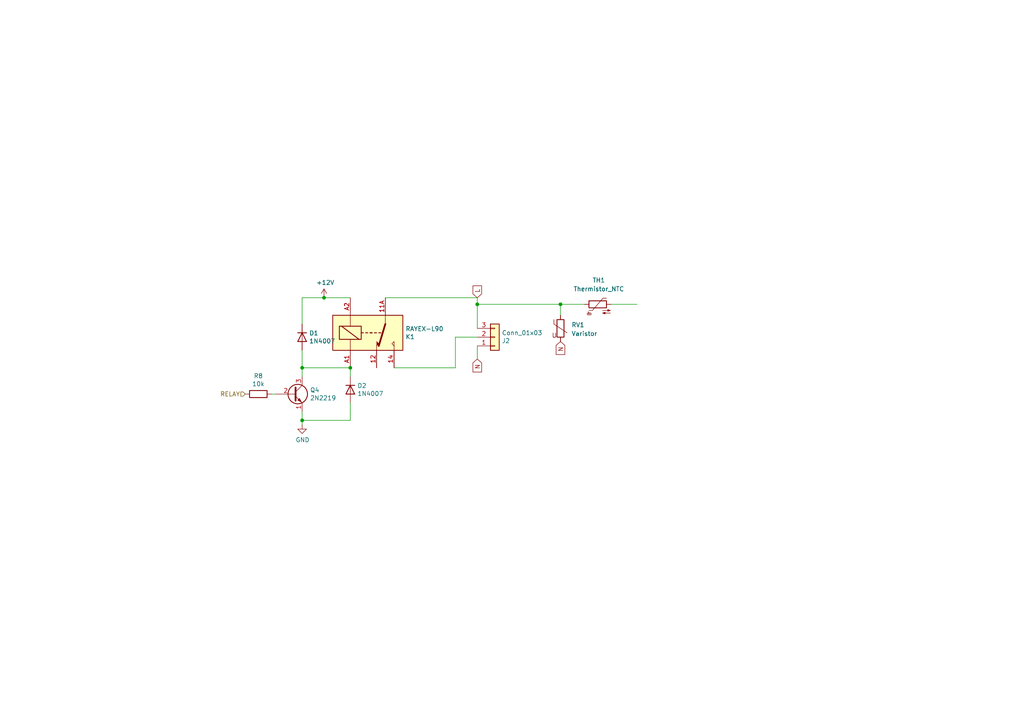
<source format=kicad_sch>
(kicad_sch (version 20211123) (generator eeschema)
  (paper "A4")
  (lib_symbols
    (symbol "Connector_Generic:Conn_01x03" (pin_names (offset 1.016) hide)
      (property "Reference" "J" (at 0 5.08 0))
      (property "Value" "Conn_01x03" (at 0 -5.08 0))
      (symbol "Conn_01x03_1_1"
        (rectangle (start -1.27 -2.413) (end 0 -2.667) (stroke (width 0.1524)))
        (rectangle (start -1.27 0.127) (end 0 -0.127) (stroke (width 0.1524)))
        (rectangle (start -1.27 2.667) (end 0 2.413) (stroke (width 0.1524)))
        (rectangle (start -1.27 3.81) (end 1.27 -3.81) (stroke (width 0.254)) (fill (type background)))
        (pin passive line (at -5.08 2.54 0) (length 3.81) (name "Pin_1") (number "1"))
        (pin passive line (at -5.08 0 0) (length 3.81) (name "Pin_2") (number "2"))
        (pin passive line (at -5.08 -2.54 0) (length 3.81) (name "Pin_3") (number "3"))
      )
    )
    (symbol "Device:R" (pin_numbers hide) (pin_names (offset 0))
      (property "Reference" "R" (at 2.032 0 90))
      (property "Value" "R" (at 0 0 90))
      (symbol "R_0_1"
        (rectangle (start -1.016 -2.54) (end 1.016 2.54) (stroke (width 0.254)))
      )
      (symbol "R_1_1"
        (pin passive line (at 0 3.81 270) (length 1.27) (name "~") (number "1"))
        (pin passive line (at 0 -3.81 90) (length 1.27) (name "~") (number "2"))
      )
    )
    (symbol "Device:Thermistor_NTC" (pin_numbers hide) (pin_names (offset 0))
      (property "Reference" "TH" (at -4.445 0 90))
      (property "Value" "Thermistor_NTC" (at 3.175 0 90))
      (symbol "Thermistor_NTC_0_1"
        (arc (start -3.048 2.159) (mid -3.0495 2.3143) (end -3.175 2.413))
        (arc (start -3.048 2.159) (mid -2.9736 1.9794) (end -2.794 1.905))
        (arc (start -3.048 2.794) (mid -2.9736 2.6144) (end -2.794 2.54))
        (arc (start -2.794 1.905) (mid -2.6144 1.9794) (end -2.54 2.159))
        (arc (start -2.794 2.54) (mid -2.4393 2.5587) (end -2.159 2.794))
        (arc (start -2.794 3.048) (mid -2.9736 2.9736) (end -3.048 2.794))
        (arc (start -2.54 2.794) (mid -2.6144 2.9736) (end -2.794 3.048))
        (rectangle (start -1.016 2.54) (end 1.016 -2.54) (stroke (width 0.254)))
        (polyline (pts (xy -2.54 2.159) (xy -2.54 2.794)))
        (polyline (pts (xy -1.778 2.54) (xy -1.778 1.524) (xy 1.778 -1.524) (xy 1.778 -2.54)))
        (polyline (pts (xy -2.54 -3.683) (xy -2.54 -1.397) (xy -2.794 -2.159) (xy -2.286 -2.159) (xy -2.54 -1.397) (xy -2.54 -1.651)) (fill (type outline)))
        (polyline (pts (xy -1.778 -1.397) (xy -1.778 -3.683) (xy -2.032 -2.921) (xy -1.524 -2.921) (xy -1.778 -3.683) (xy -1.778 -3.429)) (fill (type outline)))
      )
      (symbol "Thermistor_NTC_1_1"
        (pin passive line (at 0 3.81 270) (length 1.27) (name "~") (number "1"))
        (pin passive line (at 0 -3.81 90) (length 1.27) (name "~") (number "2"))
      )
    )
    (symbol "Device:Varistor" (pin_numbers hide) (pin_names (offset 0))
      (property "Reference" "RV" (at 3.175 0 90))
      (property "Value" "Varistor" (at -3.175 0 90))
      (symbol "Varistor_0_0"
        (text "U" (at -1.778 -2.032 0) (effects (font (size 1.27 1.27))))
      )
      (symbol "Varistor_0_1"
        (rectangle (start -1.016 -2.54) (end 1.016 2.54) (stroke (width 0.254)))
        (polyline (pts (xy -1.905 2.54) (xy -1.905 1.27) (xy 1.905 -1.27)))
      )
      (symbol "Varistor_1_1"
        (pin passive line (at 0 3.81 270) (length 1.27) (name "~") (number "1"))
        (pin passive line (at 0 -3.81 90) (length 1.27) (name "~") (number "2"))
      )
    )
    (symbol "Diode:1N4007" (pin_numbers hide) (pin_names (offset 1.016) hide)
      (property "Reference" "D" (at 0 2.54 0))
      (property "Value" "1N4007" (at 0 -2.54 0))
      (symbol "1N4007_0_1"
        (polyline (pts (xy -1.27 1.27) (xy -1.27 -1.27)) (stroke (width 0.254)))
        (polyline (pts (xy 1.27 0) (xy -1.27 0)))
        (polyline (pts (xy 1.27 1.27) (xy 1.27 -1.27) (xy -1.27 0) (xy 1.27 1.27)) (stroke (width 0.254)))
      )
      (symbol "1N4007_1_1"
        (pin passive line (at -3.81 0 0) (length 2.54) (name "K") (number "1"))
        (pin passive line (at 3.81 0 180) (length 2.54) (name "A") (number "2"))
      )
    )
    (symbol "Relay:RAYEX-L90"
      (property "Reference" "K" (at 11.43 3.81 0))
      (property "Value" "RAYEX-L90" (at 11.43 1.27 0))
      (symbol "RAYEX-L90_1_0"
        (polyline (pts (xy 2.54 3.81) (xy 2.54 5.08)))
        (polyline (pts (xy 7.62 3.81) (xy 7.62 5.08)))
        (polyline (pts (xy 7.62 3.81) (xy 7.62 2.54) (xy 6.985 3.175) (xy 7.62 3.81)))
      )
      (symbol "RAYEX-L90_1_1"
        (rectangle (start -10.16 5.08) (end 10.16 -5.08) (stroke (width 0.254)) (fill (type background)))
        (rectangle (start -8.255 1.905) (end -1.905 -1.905) (stroke (width 0.254)))
        (polyline (pts (xy -7.62 -1.905) (xy -2.54 1.905)) (stroke (width 0.254)))
        (polyline (pts (xy -5.08 -5.08) (xy -5.08 -1.905)))
        (polyline (pts (xy -5.08 5.08) (xy -5.08 1.905)))
        (polyline (pts (xy -1.905 0) (xy -1.27 0)) (stroke (width 0.254)))
        (polyline (pts (xy -0.635 0) (xy 0 0)) (stroke (width 0.254)))
        (polyline (pts (xy 0.635 0) (xy 1.27 0)) (stroke (width 0.254)))
        (polyline (pts (xy 0.635 0) (xy 1.27 0)) (stroke (width 0.254)))
        (polyline (pts (xy 1.905 0) (xy 2.54 0)) (stroke (width 0.254)))
        (polyline (pts (xy 3.175 0) (xy 3.81 0)) (stroke (width 0.254)))
        (polyline (pts (xy 5.08 -2.54) (xy 3.175 3.81)) (stroke (width 0.508)))
        (polyline (pts (xy 5.08 -2.54) (xy 5.08 -5.08)))
        (polyline (pts (xy 2.54 2.54) (xy 3.175 3.175) (xy 2.54 3.81)) (fill (type outline)))
        (pin passive line (at 5.08 -10.16 90) (length 5.08) (name "~") (number "11A"))
        (pin passive line (at 5.08 -10.16 90) (length 5.08) hide (name "~") (number "11B"))
        (pin passive line (at 2.54 10.16 270) (length 5.08) (name "~") (number "12"))
        (pin passive line (at 7.62 10.16 270) (length 5.08) (name "~") (number "14"))
        (pin passive line (at -5.08 10.16 270) (length 5.08) (name "~") (number "A1"))
        (pin passive line (at -5.08 -10.16 90) (length 5.08) (name "~") (number "A2"))
      )
    )
    (symbol "Transistor_BJT:2N2219" (pin_names (offset 0) hide)
      (property "Reference" "Q" (at 5.08 1.905 0))
      (property "Value" "2N2219" (at 5.08 0 0))
      (symbol "2N2219_0_1"
        (polyline (pts (xy 0.635 0.635) (xy 2.54 2.54)))
        (polyline (pts (xy 0.635 -0.635) (xy 2.54 -2.54) (xy 2.54 -2.54)))
        (polyline (pts (xy 0.635 1.905) (xy 0.635 -1.905) (xy 0.635 -1.905)) (stroke (width 0.508)))
        (polyline (pts (xy 1.27 -1.778) (xy 1.778 -1.27) (xy 2.286 -2.286) (xy 1.27 -1.778) (xy 1.27 -1.778)) (fill (type outline)))
        (circle (center 1.27 0) (radius 2.8194) (stroke (width 0.254)))
      )
      (symbol "2N2219_1_1"
        (pin passive line (at 2.54 -5.08 90) (length 2.54) (name "E") (number "1"))
        (pin passive line (at -5.08 0 0) (length 5.715) (name "B") (number "2"))
        (pin passive line (at 2.54 5.08 270) (length 2.54) (name "C") (number "3"))
      )
    )
    (symbol "power:+12V" (power) (pin_names (offset 0))
      (property "Value" "+12V" (at 0 3.556 0))
      (symbol "+12V_0_1"
        (polyline (pts (xy -0.762 1.27) (xy 0 2.54)))
        (polyline (pts (xy 0 0) (xy 0 2.54)))
        (polyline (pts (xy 0 2.54) (xy 0.762 1.27)))
      )
      (symbol "+12V_1_1"
        (pin power_in line (at 0 0 90) (length 0) hide (name "+12V") (number "1"))
      )
    )
    (symbol "power:GND" (power) (pin_names (offset 0))
      (property "Value" "GND" (at 0 -3.81 0))
      (symbol "GND_0_1"
        (polyline (pts (xy 0 0) (xy 0 -1.27) (xy 1.27 -1.27) (xy 0 -2.54) (xy -1.27 -1.27) (xy 0 -1.27)))
      )
      (symbol "GND_1_1"
        (pin power_in line (at 0 0 270) (length 0) hide (name "GND") (number "1"))
      )
    )
  )
  (junction (at 93.98 86.36))
  (junction (at 162.56 88.265))
  (junction (at 87.63 106.68))
  (junction (at 101.6 106.68))
  (junction (at 87.63 121.92))
  (junction (at 138.43 88.265))
  (wire (pts (xy 87.63 93.98) (xy 87.63 86.36)))
  (wire (pts (xy 93.98 86.36) (xy 101.6 86.36)))
  (wire (pts (xy 138.43 86.36) (xy 138.43 88.265)))
  (wire (pts (xy 101.6 121.92) (xy 87.63 121.92)))
  (wire (pts (xy 87.63 119.38) (xy 87.63 121.92)))
  (wire (pts (xy 101.6 109.22) (xy 101.6 106.68)))
  (wire (pts (xy 114.3 106.68) (xy 132.08 106.68)))
  (wire (pts (xy 177.165 88.265) (xy 184.785 88.265)))
  (wire (pts (xy 87.63 101.6) (xy 87.63 106.68)))
  (wire (pts (xy 138.43 88.265) (xy 162.56 88.265)))
  (wire (pts (xy 101.6 116.84) (xy 101.6 121.92)))
  (wire (pts (xy 111.76 86.36) (xy 138.43 86.36)))
  (wire (pts (xy 138.43 104.14) (xy 138.43 100.33)))
  (wire (pts (xy 87.63 106.68) (xy 87.63 109.22)))
  (wire (pts (xy 87.63 86.36) (xy 93.98 86.36)))
  (wire (pts (xy 162.56 88.265) (xy 169.545 88.265)))
  (wire (pts (xy 87.63 121.92) (xy 87.63 123.19)))
  (wire (pts (xy 138.43 88.265) (xy 138.43 95.25)))
  (wire (pts (xy 78.74 114.3) (xy 80.01 114.3)))
  (wire (pts (xy 132.08 106.68) (xy 132.08 97.79)))
  (wire (pts (xy 87.63 106.68) (xy 101.6 106.68)))
  (wire (pts (xy 162.56 88.265) (xy 162.56 91.44)))
  (wire (pts (xy 132.08 97.79) (xy 138.43 97.79)))
  (global_label "N" (shape input) (at 162.56 99.06 270) (property "Intersheet References" "${INTERSHEET_REFS}" (effects hide)))
  (global_label "L" (shape input) (at 138.43 86.36 90) (property "Intersheet References" "${INTERSHEET_REFS}" (effects hide)))
  (global_label "N" (shape input) (at 138.43 104.14 270) (property "Intersheet References" "${INTERSHEET_REFS}" (effects hide)))
  (hierarchical_label "RELAY" (shape input) (at 71.12 114.3 180))
  (symbol (lib_id "Relay:RAYEX-L90") (at 106.68 96.52 0) (mirror x) (unit 1)
    (property "Reference" "K1" (at 117.602 97.6884 0) (effects (justify left)))
    (property "Value" "RAYEX-L90" (at 117.602 95.377 0) (effects (justify left)))
    (property "Footprint" "Relay_THT:Relay_SPDT_RAYEX-L90" (effects hide))
    (property "Datasheet" "https://a3.sofastcdn.com/attachment/7jioKBjnRiiSrjrjknRiwS77gwbf3zmp/L90-SERIES.pdf" (effects hide))
  )
  (symbol (lib_id "Diode:1N4007") (at 87.63 97.79 270) (unit 1)
    (property "Reference" "D1" (at 89.662 96.6216 90) (effects (justify left)))
    (property "Value" "1N4007" (at 89.662 98.933 90) (effects (justify left)))
    (property "Footprint" "Diode_THT:D_DO-41_SOD81_P10.16mm_Horizontal" (effects hide))
    (property "Datasheet" "http://www.vishay.com/docs/88503/1n4001.pdf" (effects hide))
  )
  (symbol (lib_id "power:+12V") (at 93.98 86.36 0) (unit 1)
    (property "Reference" "#PWR011" (effects hide))
    (property "Value" "+12V" (at 94.361 81.9658 0))
  )
  (symbol (lib_id "Transistor_BJT:2N2219") (at 85.09 114.3 0) (unit 1)
    (property "Reference" "Q4" (at 89.916 113.1316 0) (effects (justify left)))
    (property "Value" "2N2219" (at 89.916 115.443 0) (effects (justify left)))
    (property "Footprint" "Package_TO_SOT_THT:TO-92L_Wide" (effects hide))
    (property "Datasheet" "http://www.onsemi.com/pub_link/Collateral/2N2219-D.PDF" (effects hide))
  )
  (symbol (lib_id "power:GND") (at 87.63 123.19 0) (unit 1)
    (property "Reference" "#PWR010" (effects hide))
    (property "Value" "GND" (at 87.757 127.5842 0))
  )
  (symbol (lib_id "Device:R") (at 74.93 114.3 270) (unit 1)
    (property "Reference" "R8" (at 74.93 109.0422 90))
    (property "Value" "10k" (at 74.93 111.3536 90))
    (property "Footprint" "Resistor_THT:R_Axial_DIN0207_L6.3mm_D2.5mm_P10.16mm_Horizontal" (effects hide))
  )
  (symbol (lib_id "Diode:1N4007") (at 101.6 113.03 270) (unit 1)
    (property "Reference" "D2" (at 103.632 111.8616 90) (effects (justify left)))
    (property "Value" "1N4007" (at 103.632 114.173 90) (effects (justify left)))
    (property "Footprint" "Diode_THT:D_DO-41_SOD81_P10.16mm_Horizontal" (effects hide))
    (property "Datasheet" "http://www.vishay.com/docs/88503/1n4001.pdf" (effects hide))
  )
  (symbol (lib_id "Connector_Generic:Conn_01x03") (at 143.51 97.79 0) (mirror x) (unit 1)
    (property "Reference" "J2" (at 145.542 98.8568 0) (effects (justify left)))
    (property "Value" "Conn_01x03" (at 145.542 96.5454 0) (effects (justify left)))
    (property "Footprint" "TerminalBlock_MetzConnect:TerminalBlock_MetzConnect_Type175_RT02703HBLC_1x03_P7.50mm_Horizontal" (effects hide))
  )
  (symbol (lib_id "Device:Thermistor_NTC") (at 173.355 88.265 90) (unit 1)
    (property "Reference" "TH1" (at 173.6725 81.28 90))
    (property "Value" "Thermistor_NTC" (at 173.6725 83.82 90))
    (property "Footprint" "Resistor_THT:R_Axial_DIN0411_L9.9mm_D3.6mm_P7.62mm_Vertical" (effects hide))
  )
  (symbol (lib_id "Device:Varistor") (at 162.56 95.25 0) (unit 1)
    (property "Reference" "RV1" (at 165.735 94.2331 0) (effects (justify left)))
    (property "Value" "Varistor" (at 165.735 96.7731 0) (effects (justify left)))
    (property "Footprint" "Resistor_THT:R_Axial_DIN0411_L9.9mm_D3.6mm_P20.32mm_Horizontal" (effects hide))
  )
)
</source>
